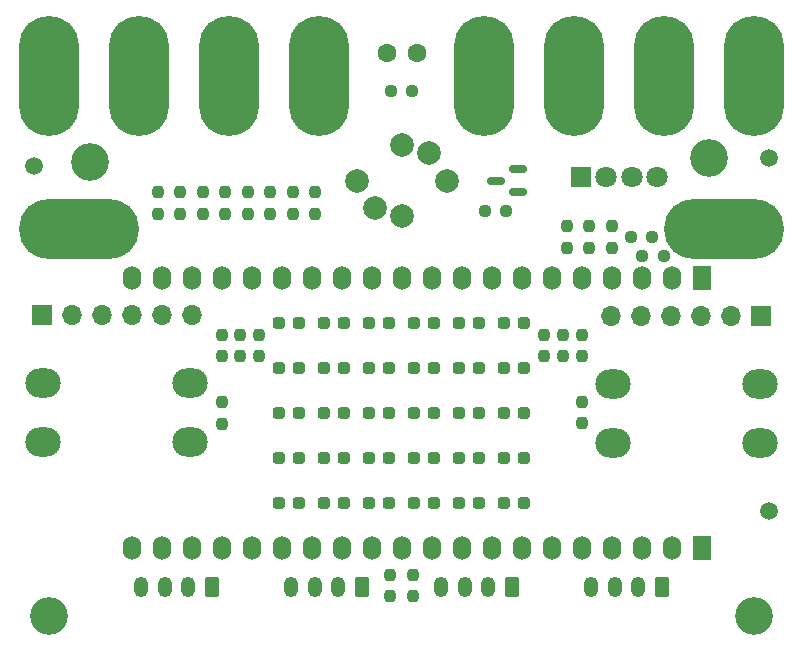
<source format=gbr>
%TF.GenerationSoftware,KiCad,Pcbnew,7.0.6-7.0.6~ubuntu22.04.1*%
%TF.CreationDate,2023-07-15T17:42:53-03:00*%
%TF.ProjectId,FRANZININHO-WIFI-MAKEYMAKEY,4652414e-5a49-44e4-994e-484f2d574946,1.0.0*%
%TF.SameCoordinates,Original*%
%TF.FileFunction,Soldermask,Top*%
%TF.FilePolarity,Negative*%
%FSLAX46Y46*%
G04 Gerber Fmt 4.6, Leading zero omitted, Abs format (unit mm)*
G04 Created by KiCad (PCBNEW 7.0.6-7.0.6~ubuntu22.04.1) date 2023-07-15 17:42:53*
%MOMM*%
%LPD*%
G01*
G04 APERTURE LIST*
G04 Aperture macros list*
%AMRoundRect*
0 Rectangle with rounded corners*
0 $1 Rounding radius*
0 $2 $3 $4 $5 $6 $7 $8 $9 X,Y pos of 4 corners*
0 Add a 4 corners polygon primitive as box body*
4,1,4,$2,$3,$4,$5,$6,$7,$8,$9,$2,$3,0*
0 Add four circle primitives for the rounded corners*
1,1,$1+$1,$2,$3*
1,1,$1+$1,$4,$5*
1,1,$1+$1,$6,$7*
1,1,$1+$1,$8,$9*
0 Add four rect primitives between the rounded corners*
20,1,$1+$1,$2,$3,$4,$5,0*
20,1,$1+$1,$4,$5,$6,$7,0*
20,1,$1+$1,$6,$7,$8,$9,0*
20,1,$1+$1,$8,$9,$2,$3,0*%
G04 Aperture macros list end*
%ADD10RoundRect,0.237500X-0.287500X-0.237500X0.287500X-0.237500X0.287500X0.237500X-0.287500X0.237500X0*%
%ADD11C,2.000000*%
%ADD12RoundRect,0.237500X0.237500X-0.250000X0.237500X0.250000X-0.237500X0.250000X-0.237500X-0.250000X0*%
%ADD13C,1.500000*%
%ADD14C,3.200000*%
%ADD15RoundRect,0.237500X-0.237500X0.250000X-0.237500X-0.250000X0.237500X-0.250000X0.237500X0.250000X0*%
%ADD16C,5.080000*%
%ADD17R,5.080000X5.080000*%
%ADD18RoundRect,0.237500X-0.250000X-0.237500X0.250000X-0.237500X0.250000X0.237500X-0.250000X0.237500X0*%
%ADD19RoundRect,0.150000X0.587500X0.150000X-0.587500X0.150000X-0.587500X-0.150000X0.587500X-0.150000X0*%
%ADD20RoundRect,0.237500X0.250000X0.237500X-0.250000X0.237500X-0.250000X-0.237500X0.250000X-0.237500X0*%
%ADD21R,1.800000X1.800000*%
%ADD22C,1.800000*%
%ADD23R,1.700000X1.700000*%
%ADD24O,1.700000X1.700000*%
%ADD25O,3.000000X2.500000*%
%ADD26C,1.600000*%
%ADD27O,1.524000X2.032000*%
%ADD28R,1.524000X2.032000*%
%ADD29RoundRect,0.250000X0.350000X0.625000X-0.350000X0.625000X-0.350000X-0.625000X0.350000X-0.625000X0*%
%ADD30O,1.200000X1.750000*%
G04 APERTURE END LIST*
D10*
%TO.C,D1*%
X142000000Y-93980000D03*
X143750000Y-93980000D03*
%TD*%
D11*
%TO.C,LS1*%
X150110000Y-84215000D03*
X148610000Y-81915000D03*
X152410000Y-84915000D03*
X152410000Y-78915000D03*
X154710000Y-79615000D03*
X156210000Y-81915000D03*
%TD*%
D10*
%TO.C,D27*%
X149620000Y-109220000D03*
X151370000Y-109220000D03*
%TD*%
D12*
%TO.C,R17*%
X133667500Y-84732500D03*
X133667500Y-82907500D03*
%TD*%
D13*
%TO.C,FID3*%
X183515000Y-109855000D03*
%TD*%
D14*
%TO.C,H3*%
X122555000Y-118745000D03*
%TD*%
D13*
%TO.C,FID2*%
X183515000Y-80010000D03*
%TD*%
D15*
%TO.C,R7*%
X167640000Y-94972500D03*
X167640000Y-96797500D03*
%TD*%
D16*
%TO.C,J10*%
X177165000Y-86042500D03*
D17*
X179705000Y-86042500D03*
X179705000Y-86042500D03*
D16*
X182245000Y-86042500D03*
%TD*%
D10*
%TO.C,D11*%
X157240000Y-97790000D03*
X158990000Y-97790000D03*
%TD*%
D12*
%TO.C,R25*%
X166370000Y-87590000D03*
X166370000Y-85765000D03*
%TD*%
D10*
%TO.C,D29*%
X157240000Y-109220000D03*
X158990000Y-109220000D03*
%TD*%
D18*
%TO.C,R13*%
X172760000Y-88265000D03*
X174585000Y-88265000D03*
%TD*%
D10*
%TO.C,D2*%
X145810000Y-93980000D03*
X147560000Y-93980000D03*
%TD*%
D12*
%TO.C,R11*%
X137160000Y-102512500D03*
X137160000Y-100687500D03*
%TD*%
D10*
%TO.C,D12*%
X161050000Y-97790000D03*
X162800000Y-97790000D03*
%TD*%
%TO.C,D5*%
X157240000Y-93980000D03*
X158990000Y-93980000D03*
%TD*%
D17*
%TO.C,J4*%
X145415000Y-73025000D03*
X145415000Y-73025000D03*
D16*
X145415000Y-70485000D03*
X145415000Y-75565000D03*
%TD*%
D15*
%TO.C,R4*%
X140335000Y-94972500D03*
X140335000Y-96797500D03*
%TD*%
D12*
%TO.C,R21*%
X141287500Y-84732500D03*
X141287500Y-82907500D03*
%TD*%
D17*
%TO.C,J2*%
X130175000Y-73025000D03*
X130175000Y-73025000D03*
D16*
X130175000Y-75565000D03*
X130175000Y-70485000D03*
%TD*%
D10*
%TO.C,D22*%
X153430000Y-105410000D03*
X155180000Y-105410000D03*
%TD*%
%TO.C,D4*%
X153430000Y-93980000D03*
X155180000Y-93980000D03*
%TD*%
D17*
%TO.C,J6*%
X167005000Y-73025000D03*
D16*
X167005000Y-70485000D03*
X167005000Y-75565000D03*
D17*
X167005000Y-73025000D03*
%TD*%
D19*
%TO.C,Q1*%
X162227500Y-82865000D03*
X162227500Y-80965000D03*
X160352500Y-81915000D03*
%TD*%
D20*
%TO.C,R8*%
X161250000Y-84455000D03*
X159425000Y-84455000D03*
%TD*%
D12*
%TO.C,R20*%
X139382500Y-84732500D03*
X139382500Y-82907500D03*
%TD*%
D15*
%TO.C,R6*%
X166052500Y-94972500D03*
X166052500Y-96797500D03*
%TD*%
D10*
%TO.C,D26*%
X145810000Y-109220000D03*
X147560000Y-109220000D03*
%TD*%
%TO.C,D16*%
X153430000Y-101600000D03*
X155180000Y-101600000D03*
%TD*%
D20*
%TO.C,R9*%
X153312500Y-74295000D03*
X151487500Y-74295000D03*
%TD*%
D10*
%TO.C,D25*%
X142000000Y-109220000D03*
X143750000Y-109220000D03*
%TD*%
D21*
%TO.C,D31*%
X167575000Y-81597500D03*
D22*
X169734000Y-81597500D03*
X171893000Y-81597500D03*
X174052000Y-81597500D03*
%TD*%
D10*
%TO.C,D17*%
X157240000Y-101600000D03*
X158990000Y-101600000D03*
%TD*%
%TO.C,D15*%
X149620000Y-101600000D03*
X151370000Y-101600000D03*
%TD*%
D17*
%TO.C,J9*%
X125095000Y-86042500D03*
X125095000Y-86042500D03*
D16*
X122555000Y-86042500D03*
X127635000Y-86042500D03*
%TD*%
D23*
%TO.C,J15*%
X121945000Y-93320000D03*
D24*
X124485000Y-93320000D03*
X127025000Y-93320000D03*
X129565000Y-93320000D03*
X132105000Y-93320000D03*
X134645000Y-93320000D03*
%TD*%
D10*
%TO.C,D7*%
X142000000Y-97790000D03*
X143750000Y-97790000D03*
%TD*%
%TO.C,D19*%
X142000000Y-105410000D03*
X143750000Y-105410000D03*
%TD*%
D13*
%TO.C,FID1*%
X121285000Y-80645000D03*
%TD*%
D10*
%TO.C,D28*%
X153430000Y-109220000D03*
X155180000Y-109220000D03*
%TD*%
D15*
%TO.C,R5*%
X164465000Y-94972500D03*
X164465000Y-96797500D03*
%TD*%
D16*
%TO.C,J7*%
X174625000Y-70485000D03*
D17*
X174625000Y-73025000D03*
D16*
X174625000Y-75565000D03*
D17*
X174625000Y-73025000D03*
%TD*%
D15*
%TO.C,R14*%
X153352500Y-115292500D03*
X153352500Y-117117500D03*
%TD*%
D12*
%TO.C,R10*%
X167640000Y-102472500D03*
X167640000Y-100647500D03*
%TD*%
D10*
%TO.C,D30*%
X161050000Y-109220000D03*
X162800000Y-109220000D03*
%TD*%
D23*
%TO.C,J16*%
X182855000Y-93370000D03*
D24*
X180315000Y-93370000D03*
X177775000Y-93370000D03*
X175235000Y-93370000D03*
X172695000Y-93370000D03*
X170155000Y-93370000D03*
%TD*%
D15*
%TO.C,R3*%
X138747500Y-94972500D03*
X138747500Y-96797500D03*
%TD*%
D16*
%TO.C,J1*%
X122555000Y-70485000D03*
D17*
X122555000Y-73025000D03*
X122555000Y-73025000D03*
D16*
X122555000Y-75565000D03*
%TD*%
D10*
%TO.C,D9*%
X149620000Y-97790000D03*
X151370000Y-97790000D03*
%TD*%
%TO.C,D3*%
X149620000Y-93980000D03*
X151370000Y-93980000D03*
%TD*%
D14*
%TO.C,H2*%
X178435000Y-80010000D03*
%TD*%
D10*
%TO.C,D24*%
X161050000Y-105410000D03*
X162800000Y-105410000D03*
%TD*%
%TO.C,D21*%
X149620000Y-105410000D03*
X151370000Y-105410000D03*
%TD*%
%TO.C,D18*%
X161050000Y-101600000D03*
X162800000Y-101600000D03*
%TD*%
D12*
%TO.C,R22*%
X143192500Y-84732500D03*
X143192500Y-82907500D03*
%TD*%
D10*
%TO.C,D23*%
X157240000Y-105410000D03*
X158990000Y-105410000D03*
%TD*%
%TO.C,D6*%
X161050000Y-93980000D03*
X162800000Y-93980000D03*
%TD*%
D16*
%TO.C,J8*%
X182245000Y-75565000D03*
D17*
X182245000Y-73025000D03*
D16*
X182245000Y-70485000D03*
D17*
X182245000Y-73025000D03*
%TD*%
D15*
%TO.C,R2*%
X137160000Y-94972500D03*
X137160000Y-96797500D03*
%TD*%
D10*
%TO.C,D8*%
X145810000Y-97790000D03*
X147560000Y-97790000D03*
%TD*%
D15*
%TO.C,R1*%
X151447500Y-115292500D03*
X151447500Y-117117500D03*
%TD*%
D12*
%TO.C,R19*%
X137477500Y-84732500D03*
X137477500Y-82907500D03*
%TD*%
D16*
%TO.C,J5*%
X159385000Y-75565000D03*
D17*
X159385000Y-73025000D03*
X159385000Y-73025000D03*
D16*
X159385000Y-70485000D03*
%TD*%
D12*
%TO.C,R18*%
X135572500Y-84732500D03*
X135572500Y-82907500D03*
%TD*%
D16*
%TO.C,J3*%
X137795000Y-75565000D03*
X137795000Y-70485000D03*
D17*
X137795000Y-73025000D03*
X137795000Y-73025000D03*
%TD*%
D12*
%TO.C,R16*%
X131762500Y-84732500D03*
X131762500Y-82907500D03*
%TD*%
D10*
%TO.C,D14*%
X145810000Y-101600000D03*
X147560000Y-101600000D03*
%TD*%
%TO.C,D10*%
X153430000Y-97790000D03*
X155180000Y-97790000D03*
%TD*%
D25*
%TO.C,SW2*%
X122020000Y-99060000D03*
X134520000Y-99060000D03*
X122020000Y-104060000D03*
X134520000Y-104060000D03*
%TD*%
D18*
%TO.C,R12*%
X171807500Y-86677500D03*
X173632500Y-86677500D03*
%TD*%
D10*
%TO.C,D20*%
X145810000Y-105410000D03*
X147560000Y-105410000D03*
%TD*%
%TO.C,D13*%
X142000000Y-101600000D03*
X143750000Y-101600000D03*
%TD*%
D14*
%TO.C,H4*%
X182245000Y-118745000D03*
%TD*%
D12*
%TO.C,R23*%
X145097500Y-84732500D03*
X145097500Y-82907500D03*
%TD*%
D25*
%TO.C,SW1*%
X182780000Y-99100000D03*
X170280000Y-99100000D03*
X170280000Y-104100000D03*
X182780000Y-104100000D03*
%TD*%
D12*
%TO.C,R15*%
X170180000Y-87590000D03*
X170180000Y-85765000D03*
%TD*%
D26*
%TO.C,LDR1*%
X153670000Y-71120000D03*
X151130000Y-71120000D03*
%TD*%
D14*
%TO.C,H1*%
X126047500Y-80327500D03*
%TD*%
D12*
%TO.C,R24*%
X168275000Y-87590000D03*
X168275000Y-85765000D03*
%TD*%
D27*
%TO.C,U1*%
X129540000Y-90170000D03*
X132080000Y-90170000D03*
X134620000Y-90170000D03*
X137160000Y-90170000D03*
X139700000Y-90170000D03*
X142240000Y-90170000D03*
X144780000Y-90170000D03*
X147320000Y-90170000D03*
X149860000Y-90170000D03*
X152400000Y-90170000D03*
X154940000Y-90170000D03*
X157480000Y-90170000D03*
X160020000Y-90170000D03*
X162560000Y-90170000D03*
X165100000Y-90170000D03*
X167640000Y-90170000D03*
X170180000Y-90170000D03*
X172720000Y-90170000D03*
X175260000Y-90170000D03*
D28*
X177800000Y-90170000D03*
X177800000Y-113030000D03*
D27*
X175260000Y-113030000D03*
X172720000Y-113030000D03*
X170180000Y-113030000D03*
X167640000Y-113030000D03*
X165100000Y-113030000D03*
X162560000Y-113030000D03*
X160020000Y-113030000D03*
X157480000Y-113030000D03*
X154940000Y-113030000D03*
X152400000Y-113030000D03*
X149860000Y-113030000D03*
X147320000Y-113030000D03*
X144780000Y-113030000D03*
X142240000Y-113030000D03*
X139700000Y-113030000D03*
X137160000Y-113030000D03*
X134620000Y-113030000D03*
X132080000Y-113030000D03*
X129540000Y-113030000D03*
%TD*%
D29*
%TO.C,J12*%
X149050000Y-116295000D03*
D30*
X147050000Y-116295000D03*
X145050000Y-116295000D03*
X143050000Y-116295000D03*
%TD*%
D29*
%TO.C,J13*%
X161750000Y-116295000D03*
D30*
X159750000Y-116295000D03*
X157750000Y-116295000D03*
X155750000Y-116295000D03*
%TD*%
D29*
%TO.C,J11*%
X136350000Y-116295000D03*
D30*
X134350000Y-116295000D03*
X132350000Y-116295000D03*
X130350000Y-116295000D03*
%TD*%
D29*
%TO.C,J14*%
X174450000Y-116295000D03*
D30*
X172450000Y-116295000D03*
X170450000Y-116295000D03*
X168450000Y-116295000D03*
%TD*%
M02*

</source>
